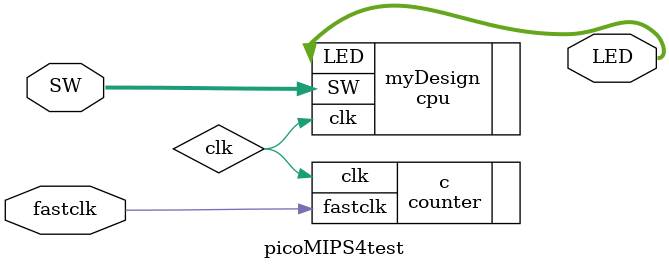
<source format=sv>
module picoMIPS4test(
  input logic fastclk,  // 50MHz Altera DE0 clock
  input logic [9:0] SW, // Switches SW0..SW9
  output logic [7:0] LED); // LEDs
  
  logic clk; // slow clock, about 10Hz
  
  counter c (.fastclk(fastclk),.clk(clk)); // slow clk from counter
  
  // to obtain the cost figure, synthesise your design without the counter 
  // and the picoMIPS4test module using Cyclone IV E as target
  // and make a note of the synthesis statistics
  cpu myDesign (.clk(clk), .SW(SW),.LED(LED));
  
endmodule  
</source>
